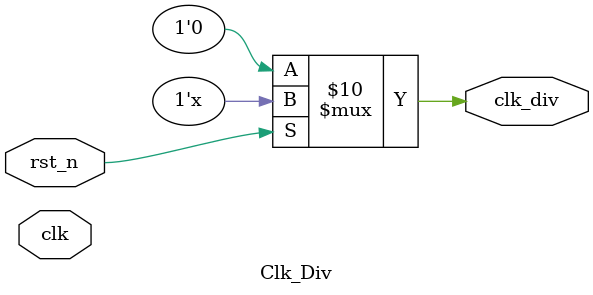
<source format=v>
module Clk_Div (
	input clk,
	input rst_n, 
	output reg clk_div
);

	reg [1:0] cnt;

	always @(posedge clk or negedge rst_n) begin
		if(~rst_n) begin
			cnt <= 2'd0;
		end else begin
			cnt <= cnt + 2'd1;
		end
	end

	always @(*) begin
		if(!rst_n) begin
			clk_div = 1'd0;
		end else begin
			clk_div = (cnt == 2'd3) ? !clk_div : clk_div;
		end
	end

endmodule

</source>
